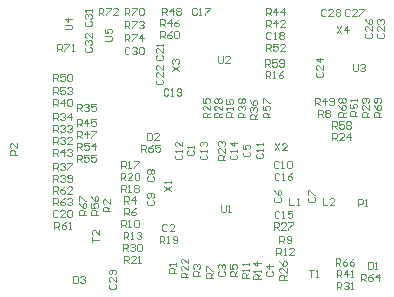
<source format=gbr>
%TF.GenerationSoftware,Altium Limited,Altium Designer,24.8.2 (39)*%
G04 Layer_Color=8388736*
%FSLAX45Y45*%
%MOMM*%
%TF.SameCoordinates,B03309B8-0E9A-45A2-8570-9956D1A1A338*%
%TF.FilePolarity,Positive*%
%TF.FileFunction,Other,Mechanical_2*%
%TF.Part,CustomerPanel*%
G01*
G75*
%TA.AperFunction,NonConductor*%
%ADD141C,0.12000*%
D141*
X2109964Y1360008D02*
X2099967Y1350011D01*
Y1330017D01*
X2109964Y1320021D01*
X2149951D01*
X2159947Y1330017D01*
Y1350011D01*
X2149951Y1360008D01*
X2159947Y1419988D02*
Y1380001D01*
X2119960Y1419988D01*
X2109964D01*
X2099967Y1409992D01*
Y1389998D01*
X2109964Y1380001D01*
X2149951Y1439982D02*
X2159947Y1449979D01*
Y1469972D01*
X2149951Y1479969D01*
X2109964D01*
X2099967Y1469972D01*
Y1449979D01*
X2109964Y1439982D01*
X2119960D01*
X2129957Y1449979D01*
Y1479969D01*
X4295012Y1545338D02*
Y1485358D01*
X4325003D01*
X4334999Y1495354D01*
Y1535341D01*
X4325003Y1545338D01*
X4295012D01*
X4354993Y1485358D02*
X4374986D01*
X4364989D01*
Y1545338D01*
X4354993Y1535341D01*
X1324738Y2450012D02*
X1264758D01*
Y2480002D01*
X1274755Y2489999D01*
X1294748D01*
X1304745Y2480002D01*
Y2450012D01*
X1324738Y2549979D02*
Y2509992D01*
X1284751Y2549979D01*
X1274755D01*
X1264758Y2539983D01*
Y2519989D01*
X1274755Y2509992D01*
X4235025Y1385004D02*
Y1444985D01*
X4265016D01*
X4275012Y1434988D01*
Y1414995D01*
X4265016Y1404998D01*
X4235025D01*
X4255019D02*
X4275012Y1385004D01*
X4334993Y1444985D02*
X4314999Y1434988D01*
X4295006Y1414995D01*
Y1395001D01*
X4305003Y1385004D01*
X4324996D01*
X4334993Y1395001D01*
Y1404998D01*
X4324996Y1414995D01*
X4295006D01*
X4384977Y1385004D02*
Y1444985D01*
X4354986Y1414995D01*
X4394973D01*
X4020023Y1515005D02*
Y1574986D01*
X4050014D01*
X4060010Y1564989D01*
Y1544995D01*
X4050014Y1534999D01*
X4020023D01*
X4040017D02*
X4060010Y1515005D01*
X4119991Y1574986D02*
X4099998Y1564989D01*
X4080004Y1544995D01*
Y1525002D01*
X4090001Y1515005D01*
X4109994D01*
X4119991Y1525002D01*
Y1534999D01*
X4109994Y1544995D01*
X4080004D01*
X4179972Y1574986D02*
X4159978Y1564989D01*
X4139985Y1544995D01*
Y1525002D01*
X4149981Y1515005D01*
X4169975D01*
X4179972Y1525002D01*
Y1534999D01*
X4169975Y1544995D01*
X4139985D01*
X3795010Y1479985D02*
X3834997D01*
X3815004D01*
Y1420004D01*
X3854991D02*
X3874985D01*
X3864988D01*
Y1479985D01*
X3854991Y1469988D01*
X1640020Y1825004D02*
Y1884985D01*
X1670011D01*
X1680007Y1874988D01*
Y1854995D01*
X1670011Y1844998D01*
X1640020D01*
X1660014D02*
X1680007Y1825004D01*
X1739988Y1884985D02*
X1719995Y1874988D01*
X1700001Y1854995D01*
Y1835001D01*
X1709998Y1825004D01*
X1729991D01*
X1739988Y1835001D01*
Y1844998D01*
X1729991Y1854995D01*
X1700001D01*
X1759981Y1825004D02*
X1779975D01*
X1769978D01*
Y1884985D01*
X1759981Y1874988D01*
X3084988Y2410022D02*
X3025007D01*
Y2440012D01*
X3035004Y2450009D01*
X3054997D01*
X3064994Y2440012D01*
Y2410022D01*
Y2430016D02*
X3084988Y2450009D01*
Y2509990D02*
Y2470003D01*
X3045001Y2509990D01*
X3035004D01*
X3025007Y2499993D01*
Y2479999D01*
X3035004Y2470003D01*
Y2529983D02*
X3025007Y2539980D01*
Y2559974D01*
X3035004Y2569970D01*
X3045001D01*
X3054997Y2559974D01*
Y2549977D01*
Y2559974D01*
X3064994Y2569970D01*
X3074991D01*
X3084988Y2559974D01*
Y2539980D01*
X3074991Y2529983D01*
X3423027Y3200006D02*
Y3259987D01*
X3453017D01*
X3463014Y3249990D01*
Y3229997D01*
X3453017Y3220000D01*
X3423027D01*
X3443020D02*
X3463014Y3200006D01*
X3522994Y3259987D02*
X3483007D01*
Y3229997D01*
X3503001Y3239993D01*
X3512998D01*
X3522994Y3229997D01*
Y3210003D01*
X3512998Y3200006D01*
X3493004D01*
X3483007Y3210003D01*
X3542988D02*
X3552985Y3200006D01*
X3572978D01*
X3582975Y3210003D01*
Y3249990D01*
X3572978Y3259987D01*
X3552985D01*
X3542988Y3249990D01*
Y3239993D01*
X3552985Y3229997D01*
X3582975D01*
X1909989Y1945022D02*
X1850008D01*
Y1975012D01*
X1860005Y1985009D01*
X1879999D01*
X1889995Y1975012D01*
Y1945022D01*
Y1965015D02*
X1909989Y1985009D01*
X1850008Y2044989D02*
X1860005Y2024996D01*
X1879999Y2005002D01*
X1899992D01*
X1909989Y2014999D01*
Y2034993D01*
X1899992Y2044989D01*
X1889995D01*
X1879999Y2034993D01*
Y2005002D01*
X1850008Y2064983D02*
Y2104970D01*
X1860005D01*
X1899992Y2064983D01*
X1909989D01*
X2510048Y3295003D02*
X2500051Y3285006D01*
Y3265012D01*
X2510048Y3255016D01*
X2550035D01*
X2560032Y3265012D01*
Y3285006D01*
X2550035Y3295003D01*
X2560032Y3354983D02*
Y3314996D01*
X2520045Y3354983D01*
X2510048D01*
X2500051Y3344986D01*
Y3324993D01*
X2510048Y3314996D01*
X2560032Y3374977D02*
Y3394970D01*
Y3384973D01*
X2500051D01*
X2510048Y3374977D01*
X2509967Y3090009D02*
X2499970Y3080012D01*
Y3060019D01*
X2509967Y3050022D01*
X2549954D01*
X2559951Y3060019D01*
Y3080012D01*
X2549954Y3090009D01*
X2559951Y3149989D02*
Y3110002D01*
X2519964Y3149989D01*
X2509967D01*
X2499970Y3139993D01*
Y3119999D01*
X2509967Y3110002D01*
X2559951Y3209970D02*
Y3169983D01*
X2519964Y3209970D01*
X2509967D01*
X2499970Y3199973D01*
Y3179980D01*
X2509967Y3169983D01*
X2845010Y3689948D02*
X2835013Y3699945D01*
X2815020D01*
X2805023Y3689948D01*
Y3649961D01*
X2815020Y3639965D01*
X2835013D01*
X2845010Y3649961D01*
X2865004Y3639965D02*
X2884997D01*
X2875000D01*
Y3699945D01*
X2865004Y3689948D01*
X2914987Y3699945D02*
X2954974D01*
Y3689948D01*
X2914987Y3649961D01*
Y3639965D01*
X3475010Y3484948D02*
X3465013Y3494945D01*
X3445019D01*
X3435023Y3484948D01*
Y3444961D01*
X3445019Y3434964D01*
X3465013D01*
X3475010Y3444961D01*
X3495003Y3434964D02*
X3514997D01*
X3505000D01*
Y3494945D01*
X3495003Y3484948D01*
X3544987D02*
X3554983Y3494945D01*
X3574977D01*
X3584974Y3484948D01*
Y3474951D01*
X3574977Y3464954D01*
X3584974Y3454958D01*
Y3444961D01*
X3574977Y3434964D01*
X3554983D01*
X3544987Y3444961D01*
Y3454958D01*
X3554983Y3464954D01*
X3544987Y3474951D01*
Y3484948D01*
X3554983Y3464954D02*
X3574977D01*
X2605011Y3005031D02*
X2595014Y3015028D01*
X2575021D01*
X2565024Y3005031D01*
Y2965044D01*
X2575021Y2955047D01*
X2595014D01*
X2605011Y2965044D01*
X2625005Y2955047D02*
X2644998D01*
X2635001D01*
Y3015028D01*
X2625005Y3005031D01*
X2674988Y2965044D02*
X2684985Y2955047D01*
X2704979D01*
X2714975Y2965044D01*
Y3005031D01*
X2704979Y3015028D01*
X2684985D01*
X2674988Y3005031D01*
Y2995034D01*
X2684985Y2985037D01*
X2714975D01*
X1670011Y1974948D02*
X1660014Y1984944D01*
X1640020D01*
X1630024Y1974948D01*
Y1934961D01*
X1640020Y1924964D01*
X1660014D01*
X1670011Y1934961D01*
X1729991Y1924964D02*
X1690004D01*
X1729991Y1964951D01*
Y1974948D01*
X1719995Y1984944D01*
X1700001D01*
X1690004Y1974948D01*
X1749985D02*
X1759981Y1984944D01*
X1779975D01*
X1789972Y1974948D01*
Y1934961D01*
X1779975Y1924964D01*
X1759981D01*
X1749985Y1934961D01*
Y1974948D01*
X4380048Y3482008D02*
X4370051Y3472011D01*
Y3452017D01*
X4380048Y3442021D01*
X4420035D01*
X4430032Y3452017D01*
Y3472011D01*
X4420035Y3482008D01*
X4430032Y3541988D02*
Y3502001D01*
X4390045Y3541988D01*
X4380048D01*
X4370051Y3531991D01*
Y3511998D01*
X4380048Y3502001D01*
Y3561982D02*
X4370051Y3571978D01*
Y3591972D01*
X4380048Y3601969D01*
X4390045D01*
X4400042Y3591972D01*
Y3581975D01*
Y3591972D01*
X4410038Y3601969D01*
X4420035D01*
X4430032Y3591972D01*
Y3571978D01*
X4420035Y3561982D01*
X3865006Y3155009D02*
X3855009Y3145012D01*
Y3125019D01*
X3865006Y3115022D01*
X3904993D01*
X3914990Y3125019D01*
Y3145012D01*
X3904993Y3155009D01*
X3914990Y3214990D02*
Y3175003D01*
X3875003Y3214990D01*
X3865006D01*
X3855009Y3204993D01*
Y3184999D01*
X3865006Y3175003D01*
X3914990Y3264973D02*
X3855009D01*
X3885000Y3234983D01*
Y3274970D01*
X4280049Y3482008D02*
X4270052Y3472011D01*
Y3452017D01*
X4280049Y3442021D01*
X4320036D01*
X4330032Y3452017D01*
Y3472011D01*
X4320036Y3482008D01*
X4330032Y3541988D02*
Y3502001D01*
X4290045Y3541988D01*
X4280049D01*
X4270052Y3531991D01*
Y3511998D01*
X4280049Y3502001D01*
X4270052Y3601969D02*
X4280049Y3581975D01*
X4300042Y3561982D01*
X4320036D01*
X4330032Y3571978D01*
Y3591972D01*
X4320036Y3601969D01*
X4310039D01*
X4300042Y3591972D01*
Y3561982D01*
X2425016Y2640339D02*
Y2580358D01*
X2455006D01*
X2465003Y2590355D01*
Y2630342D01*
X2455006Y2640339D01*
X2425016D01*
X2524983Y2580358D02*
X2484996D01*
X2524983Y2620345D01*
Y2630342D01*
X2514987Y2640339D01*
X2494993D01*
X2484996Y2630342D01*
X2230020Y1540006D02*
Y1599986D01*
X2260011D01*
X2270007Y1589989D01*
Y1569996D01*
X2260011Y1559999D01*
X2230020D01*
X2250014D02*
X2270007Y1540006D01*
X2329988D02*
X2290001D01*
X2329988Y1579993D01*
Y1589989D01*
X2319991Y1599986D01*
X2299998D01*
X2290001Y1589989D01*
X2349982Y1540006D02*
X2369975D01*
X2359978D01*
Y1599986D01*
X2349982Y1589989D01*
X2769989Y1415022D02*
X2710008D01*
Y1445013D01*
X2720005Y1455009D01*
X2739998D01*
X2749995Y1445013D01*
Y1415022D01*
Y1435016D02*
X2769989Y1455009D01*
Y1514990D02*
Y1475003D01*
X2730002Y1514990D01*
X2720005D01*
X2710008Y1504993D01*
Y1485000D01*
X2720005Y1475003D01*
X2769989Y1574970D02*
Y1534983D01*
X2730002Y1574970D01*
X2720005D01*
X2710008Y1564974D01*
Y1544980D01*
X2720005Y1534983D01*
X2109989Y1975012D02*
X2050008D01*
Y2005002D01*
X2060005Y2014999D01*
X2079998D01*
X2089995Y2005002D01*
Y1975012D01*
Y1995005D02*
X2109989Y2014999D01*
Y2074979D02*
Y2034992D01*
X2070002Y2074979D01*
X2060005D01*
X2050008Y2064982D01*
Y2044989D01*
X2060005Y2034992D01*
X2230016Y2040005D02*
Y2099985D01*
X2260006D01*
X2270003Y2089988D01*
Y2069995D01*
X2260006Y2059998D01*
X2230016D01*
X2250010D02*
X2270003Y2040005D01*
X2319987D02*
Y2099985D01*
X2289997Y2069995D01*
X2329984D01*
X2230016Y1940005D02*
Y1999985D01*
X2260006D01*
X2270003Y1989988D01*
Y1969995D01*
X2260006Y1959998D01*
X2230016D01*
X2250009D02*
X2270003Y1940005D01*
X2329983Y1999985D02*
X2309990Y1989988D01*
X2289996Y1969995D01*
Y1950001D01*
X2299993Y1940005D01*
X2319987D01*
X2329983Y1950001D01*
Y1959998D01*
X2319987Y1969995D01*
X2289996D01*
X2205024Y1840005D02*
Y1899985D01*
X2235014D01*
X2245011Y1889988D01*
Y1869995D01*
X2235014Y1859998D01*
X2205024D01*
X2225018D02*
X2245011Y1840005D01*
X2265005D02*
X2284998D01*
X2275001D01*
Y1899985D01*
X2265005Y1889988D01*
X2314988D02*
X2324985Y1899985D01*
X2344979D01*
X2354975Y1889988D01*
Y1850001D01*
X2344979Y1840005D01*
X2324985D01*
X2314988Y1850001D01*
Y1889988D01*
X3875016Y2775004D02*
Y2834985D01*
X3905006D01*
X3915003Y2824988D01*
Y2804995D01*
X3905006Y2794998D01*
X3875016D01*
X3895010D02*
X3915003Y2775004D01*
X3934997Y2824988D02*
X3944993Y2834985D01*
X3964987D01*
X3974984Y2824988D01*
Y2814991D01*
X3964987Y2804995D01*
X3974984Y2794998D01*
Y2785001D01*
X3964987Y2775004D01*
X3944993D01*
X3934997Y2785001D01*
Y2794998D01*
X3944993Y2804995D01*
X3934997Y2814991D01*
Y2824988D01*
X3944993Y2804995D02*
X3964987D01*
X3545012Y1705003D02*
Y1764984D01*
X3575003D01*
X3584999Y1754987D01*
Y1734993D01*
X3575003Y1724997D01*
X3545012D01*
X3565006D02*
X3584999Y1705003D01*
X3604993Y1715000D02*
X3614990Y1705003D01*
X3634983D01*
X3644980Y1715000D01*
Y1754987D01*
X3634983Y1764984D01*
X3614990D01*
X3604993Y1754987D01*
Y1744990D01*
X3614990Y1734993D01*
X3644980D01*
X2669988Y1455009D02*
X2610007D01*
Y1484999D01*
X2620004Y1494996D01*
X2639998D01*
X2649994Y1484999D01*
Y1455009D01*
Y1475003D02*
X2669988Y1494996D01*
Y1514990D02*
Y1534983D01*
Y1524986D01*
X2610007D01*
X2620004Y1514990D01*
X3520021Y1605005D02*
Y1664986D01*
X3550011D01*
X3560008Y1654989D01*
Y1634996D01*
X3550011Y1624999D01*
X3520021D01*
X3540014D02*
X3560008Y1605005D01*
X3580001D02*
X3599995D01*
X3589998D01*
Y1664986D01*
X3580001Y1654989D01*
X3669972Y1605005D02*
X3629985D01*
X3669972Y1644992D01*
Y1654989D01*
X3659975Y1664986D01*
X3639982D01*
X3629985Y1654989D01*
X2225024Y1740004D02*
Y1799985D01*
X2255014D01*
X2265011Y1789988D01*
Y1769995D01*
X2255014Y1759998D01*
X2225024D01*
X2245018D02*
X2265011Y1740004D01*
X2285005D02*
X2304998D01*
X2295001D01*
Y1799985D01*
X2285005Y1789988D01*
X2334988D02*
X2344985Y1799985D01*
X2364979D01*
X2374975Y1789988D01*
Y1779991D01*
X2364979Y1769995D01*
X2354982D01*
X2364979D01*
X2374975Y1759998D01*
Y1750001D01*
X2364979Y1740004D01*
X2344985D01*
X2334988Y1750001D01*
X2984989Y1410013D02*
X2925008D01*
Y1440003D01*
X2935005Y1450000D01*
X2954998D01*
X2964995Y1440003D01*
Y1410013D01*
Y1430007D02*
X2984989Y1450000D01*
X2925008Y1469994D02*
Y1509980D01*
X2935005D01*
X2974992Y1469994D01*
X2984989D01*
X2205024Y2140005D02*
Y2199986D01*
X2235015D01*
X2245011Y2189989D01*
Y2169995D01*
X2235015Y2159999D01*
X2205024D01*
X2225018D02*
X2245011Y2140005D01*
X2265005D02*
X2284998D01*
X2275002D01*
Y2199986D01*
X2265005Y2189989D01*
X2314989D02*
X2324985Y2199986D01*
X2344979D01*
X2354975Y2189989D01*
Y2179992D01*
X2344979Y2169995D01*
X2354975Y2159999D01*
Y2150002D01*
X2344979Y2140005D01*
X2324985D01*
X2314989Y2150002D01*
Y2159999D01*
X2324985Y2169995D01*
X2314989Y2179992D01*
Y2189989D01*
X2324985Y2169995D02*
X2344979D01*
X3990025Y2575005D02*
Y2634986D01*
X4020016D01*
X4030012Y2624989D01*
Y2604996D01*
X4020016Y2594999D01*
X3990025D01*
X4010019D02*
X4030012Y2575005D01*
X4089993D02*
X4050006D01*
X4089993Y2614992D01*
Y2624989D01*
X4079996Y2634986D01*
X4060003D01*
X4050006Y2624989D01*
X4139977Y2575005D02*
Y2634986D01*
X4109986Y2604996D01*
X4149973D01*
X3604988Y1395023D02*
X3545007D01*
Y1425013D01*
X3555004Y1435010D01*
X3574998D01*
X3584994Y1425013D01*
Y1395023D01*
Y1415016D02*
X3604988Y1435010D01*
Y1494990D02*
Y1455003D01*
X3565001Y1494990D01*
X3555004D01*
X3545007Y1484993D01*
Y1465000D01*
X3555004Y1455003D01*
X3545007Y1554971D02*
X3555004Y1534977D01*
X3574998Y1514984D01*
X3594991D01*
X3604988Y1524980D01*
Y1544974D01*
X3594991Y1554971D01*
X3584994D01*
X3574998Y1544974D01*
Y1514984D01*
X4304988Y2775020D02*
X4245008D01*
Y2805010D01*
X4255005Y2815007D01*
X4274998D01*
X4284995Y2805010D01*
Y2775020D01*
Y2795014D02*
X4304988Y2815007D01*
Y2874988D02*
Y2835001D01*
X4265001Y2874988D01*
X4255005D01*
X4245008Y2864991D01*
Y2844997D01*
X4255005Y2835001D01*
X4294992Y2894981D02*
X4304988Y2904978D01*
Y2924972D01*
X4294992Y2934968D01*
X4255005D01*
X4245008Y2924972D01*
Y2904978D01*
X4255005Y2894981D01*
X4265001D01*
X4274998Y2904978D01*
Y2934968D01*
X2220026Y1640004D02*
Y1699985D01*
X2250016D01*
X2260012Y1689988D01*
Y1669994D01*
X2250016Y1659998D01*
X2220026D01*
X2240019D02*
X2260012Y1640004D01*
X2280006Y1689988D02*
X2290003Y1699985D01*
X2309996D01*
X2319993Y1689988D01*
Y1679991D01*
X2309996Y1669994D01*
X2300000D01*
X2309996D01*
X2319993Y1659998D01*
Y1650001D01*
X2309996Y1640004D01*
X2290003D01*
X2280006Y1650001D01*
X2339987Y1689988D02*
X2349983Y1699985D01*
X2369977D01*
X2379974Y1689988D01*
Y1650001D01*
X2369977Y1640004D01*
X2349983D01*
X2339987Y1650001D01*
Y1689988D01*
X2535025Y3440004D02*
Y3499985D01*
X2565015D01*
X2575012Y3489988D01*
Y3469995D01*
X2565015Y3459998D01*
X2535025D01*
X2555019D02*
X2575012Y3440004D01*
X2634993Y3499985D02*
X2614999Y3489988D01*
X2595006Y3469995D01*
Y3450001D01*
X2605002Y3440004D01*
X2624996D01*
X2634993Y3450001D01*
Y3459998D01*
X2624996Y3469995D01*
X2595006D01*
X2654986Y3489988D02*
X2664983Y3499985D01*
X2684977D01*
X2694973Y3489988D01*
Y3450001D01*
X2684977Y3440004D01*
X2664983D01*
X2654986Y3450001D01*
Y3489988D01*
X1630025Y2545005D02*
Y2604986D01*
X1660015D01*
X1670012Y2594989D01*
Y2574996D01*
X1660015Y2564999D01*
X1630025D01*
X1650019D02*
X1670012Y2545005D01*
X1690006Y2594989D02*
X1700002Y2604986D01*
X1719996D01*
X1729993Y2594989D01*
Y2584992D01*
X1719996Y2574996D01*
X1709999D01*
X1719996D01*
X1729993Y2564999D01*
Y2555002D01*
X1719996Y2545005D01*
X1700002D01*
X1690006Y2555002D01*
X1789973Y2545005D02*
X1749986D01*
X1789973Y2584992D01*
Y2594989D01*
X1779977Y2604986D01*
X1759983D01*
X1749986Y2594989D01*
X1830025Y2825005D02*
Y2884986D01*
X1860015D01*
X1870012Y2874989D01*
Y2854996D01*
X1860015Y2844999D01*
X1830025D01*
X1850019D02*
X1870012Y2825005D01*
X1890006Y2874989D02*
X1900002Y2884986D01*
X1919996D01*
X1929993Y2874989D01*
Y2864992D01*
X1919996Y2854996D01*
X1909999D01*
X1919996D01*
X1929993Y2844999D01*
Y2835002D01*
X1919996Y2825005D01*
X1900002D01*
X1890006Y2835002D01*
X1989973Y2884986D02*
X1949986D01*
Y2854996D01*
X1969980Y2864992D01*
X1979976D01*
X1989973Y2854996D01*
Y2835002D01*
X1979976Y2825005D01*
X1959983D01*
X1949986Y2835002D01*
X1630025Y2745005D02*
Y2804985D01*
X1660015D01*
X1670012Y2794988D01*
Y2774995D01*
X1660015Y2764998D01*
X1630025D01*
X1650019D02*
X1670012Y2745005D01*
X1690006Y2794988D02*
X1700002Y2804985D01*
X1719996D01*
X1729993Y2794988D01*
Y2784992D01*
X1719996Y2774995D01*
X1709999D01*
X1719996D01*
X1729993Y2764998D01*
Y2755001D01*
X1719996Y2745005D01*
X1700002D01*
X1690006Y2755001D01*
X1779977Y2745005D02*
Y2804985D01*
X1749986Y2774995D01*
X1789973D01*
X1630026Y2225006D02*
Y2284987D01*
X1660016D01*
X1670013Y2274990D01*
Y2254997D01*
X1660016Y2245000D01*
X1630026D01*
X1650019D02*
X1670013Y2225006D01*
X1690006Y2274990D02*
X1700003Y2284987D01*
X1719997D01*
X1729993Y2274990D01*
Y2264993D01*
X1719997Y2254997D01*
X1710000D01*
X1719997D01*
X1729993Y2245000D01*
Y2235003D01*
X1719997Y2225006D01*
X1700003D01*
X1690006Y2235003D01*
X1749987D02*
X1759984Y2225006D01*
X1779977D01*
X1789974Y2235003D01*
Y2274990D01*
X1779977Y2284987D01*
X1759984D01*
X1749987Y2274990D01*
Y2264993D01*
X1759984Y2254997D01*
X1789974D01*
X3354988Y2755021D02*
X3295008D01*
Y2785011D01*
X3305005Y2795008D01*
X3324998D01*
X3334995Y2785011D01*
Y2755021D01*
Y2775014D02*
X3354988Y2795008D01*
X3305005Y2815001D02*
X3295008Y2824998D01*
Y2844992D01*
X3305005Y2854988D01*
X3315001D01*
X3324998Y2844992D01*
Y2834995D01*
Y2844992D01*
X3334995Y2854988D01*
X3344992D01*
X3354988Y2844992D01*
Y2824998D01*
X3344992Y2815001D01*
X3295008Y2914969D02*
X3305005Y2894975D01*
X3324998Y2874982D01*
X3344992D01*
X3354988Y2884978D01*
Y2904972D01*
X3344992Y2914969D01*
X3334995D01*
X3324998Y2904972D01*
Y2874982D01*
X3254988Y2770021D02*
X3195008D01*
Y2800011D01*
X3205005Y2810008D01*
X3224998D01*
X3234995Y2800011D01*
Y2770021D01*
Y2790014D02*
X3254988Y2810008D01*
X3205005Y2830001D02*
X3195008Y2839998D01*
Y2859992D01*
X3205005Y2869988D01*
X3215001D01*
X3224998Y2859992D01*
Y2849995D01*
Y2859992D01*
X3234995Y2869988D01*
X3244992D01*
X3254988Y2859992D01*
Y2839998D01*
X3244992Y2830001D01*
X3205005Y2889982D02*
X3195008Y2899979D01*
Y2919972D01*
X3205005Y2929969D01*
X3215001D01*
X3224998Y2919972D01*
X3234995Y2929969D01*
X3244992D01*
X3254988Y2919972D01*
Y2899979D01*
X3244992Y2889982D01*
X3234995D01*
X3224998Y2899979D01*
X3215001Y2889982D01*
X3205005D01*
X3224998Y2899979D02*
Y2919972D01*
X3845024Y2875006D02*
Y2934986D01*
X3875014D01*
X3885011Y2924989D01*
Y2904996D01*
X3875014Y2894999D01*
X3845024D01*
X3865018D02*
X3885011Y2875006D01*
X3934995D02*
Y2934986D01*
X3905005Y2904996D01*
X3944992D01*
X3964985Y2885002D02*
X3974982Y2875006D01*
X3994975D01*
X4004972Y2885002D01*
Y2924989D01*
X3994975Y2934986D01*
X3974982D01*
X3964985Y2924989D01*
Y2914993D01*
X3974982Y2904996D01*
X4004972D01*
X4204989Y2785017D02*
X4145008D01*
Y2815007D01*
X4155005Y2825004D01*
X4174999D01*
X4184995Y2815007D01*
Y2785017D01*
Y2805011D02*
X4204989Y2825004D01*
X4145008Y2884985D02*
Y2844998D01*
X4174999D01*
X4165002Y2864991D01*
Y2874988D01*
X4174999Y2884985D01*
X4194992D01*
X4204989Y2874988D01*
Y2854994D01*
X4194992Y2844998D01*
X4204989Y2904978D02*
Y2924972D01*
Y2914975D01*
X4145008D01*
X4155005Y2904978D01*
X3430024Y3535004D02*
Y3594985D01*
X3460015D01*
X3470011Y3584988D01*
Y3564995D01*
X3460015Y3554998D01*
X3430024D01*
X3450018D02*
X3470011Y3535004D01*
X3519995D02*
Y3594985D01*
X3490005Y3564995D01*
X3529992D01*
X3589972Y3535004D02*
X3549986D01*
X3589972Y3574991D01*
Y3584988D01*
X3579976Y3594985D01*
X3559982D01*
X3549986Y3584988D01*
X3430024Y3635007D02*
Y3694987D01*
X3460015D01*
X3470011Y3684990D01*
Y3664997D01*
X3460015Y3655000D01*
X3430024D01*
X3450018D02*
X3470011Y3635007D01*
X3519995D02*
Y3694987D01*
X3490005Y3664997D01*
X3529992D01*
X3579976Y3635007D02*
Y3694987D01*
X3549986Y3664997D01*
X3589972D01*
X3990025Y2675005D02*
Y2734986D01*
X4020016D01*
X4030012Y2724989D01*
Y2704995D01*
X4020016Y2694999D01*
X3990025D01*
X4010019D02*
X4030012Y2675005D01*
X4089993Y2734986D02*
X4050006D01*
Y2704995D01*
X4069999Y2714992D01*
X4079996D01*
X4089993Y2704995D01*
Y2685002D01*
X4079996Y2675005D01*
X4060003D01*
X4050006Y2685002D01*
X4109986Y2724989D02*
X4119983Y2734986D01*
X4139977D01*
X4149973Y2724989D01*
Y2714992D01*
X4139977Y2704995D01*
X4149973Y2694999D01*
Y2685002D01*
X4139977Y2675005D01*
X4119983D01*
X4109986Y2685002D01*
Y2694999D01*
X4119983Y2704995D01*
X4109986Y2714992D01*
Y2724989D01*
X4119983Y2704995D02*
X4139977D01*
X2535026Y3540005D02*
Y3599985D01*
X2565016D01*
X2575013Y3589988D01*
Y3569995D01*
X2565016Y3559998D01*
X2535026D01*
X2555019D02*
X2575013Y3540005D01*
X2624997D02*
Y3599985D01*
X2595006Y3569995D01*
X2634993D01*
X2694974Y3599985D02*
X2674980Y3589988D01*
X2654987Y3569995D01*
Y3550001D01*
X2664983Y3540005D01*
X2684977D01*
X2694974Y3550001D01*
Y3559998D01*
X2684977Y3569995D01*
X2654987D01*
X2550025Y3640005D02*
Y3699985D01*
X2580015D01*
X2590012Y3689989D01*
Y3669995D01*
X2580015Y3659999D01*
X2550025D01*
X2570019D02*
X2590012Y3640005D01*
X2639996D02*
Y3699985D01*
X2610006Y3669995D01*
X2649993D01*
X2669986Y3689989D02*
X2679983Y3699985D01*
X2699977D01*
X2709973Y3689989D01*
Y3679992D01*
X2699977Y3669995D01*
X2709973Y3659999D01*
Y3650002D01*
X2699977Y3640005D01*
X2679983D01*
X2669986Y3650002D01*
Y3659999D01*
X2679983Y3669995D01*
X2669986Y3679992D01*
Y3689989D01*
X2679983Y3669995D02*
X2699977D01*
X1630026Y3080006D02*
Y3139987D01*
X1660016D01*
X1670013Y3129990D01*
Y3109996D01*
X1660016Y3100000D01*
X1630026D01*
X1650019D02*
X1670013Y3080006D01*
X1729993Y3139987D02*
X1690006D01*
Y3109996D01*
X1710000Y3119993D01*
X1719997D01*
X1729993Y3109996D01*
Y3090003D01*
X1719997Y3080006D01*
X1700003D01*
X1690006Y3090003D01*
X1749987Y3129990D02*
X1759984Y3139987D01*
X1779977D01*
X1789974Y3129990D01*
Y3090003D01*
X1779977Y3080006D01*
X1759984D01*
X1749987Y3090003D01*
Y3129990D01*
X3430024Y3335007D02*
Y3394987D01*
X3460014D01*
X3470011Y3384990D01*
Y3364997D01*
X3460014Y3355000D01*
X3430024D01*
X3450017D02*
X3470011Y3335007D01*
X3529991Y3394987D02*
X3490004D01*
Y3364997D01*
X3509998Y3374994D01*
X3519994D01*
X3529991Y3364997D01*
Y3345003D01*
X3519994Y3335007D01*
X3500001D01*
X3490004Y3345003D01*
X3589972Y3335007D02*
X3549985D01*
X3589972Y3374994D01*
Y3384990D01*
X3579975Y3394987D01*
X3559981D01*
X3549985Y3384990D01*
X1630026Y2965005D02*
Y3024986D01*
X1660016D01*
X1670013Y3014989D01*
Y2994995D01*
X1660016Y2984999D01*
X1630026D01*
X1650019D02*
X1670013Y2965005D01*
X1729993Y3024986D02*
X1690006D01*
Y2994995D01*
X1710000Y3004992D01*
X1719997D01*
X1729993Y2994995D01*
Y2975002D01*
X1719997Y2965005D01*
X1700003D01*
X1690006Y2975002D01*
X1749987Y3014989D02*
X1759984Y3024986D01*
X1779977D01*
X1789974Y3014989D01*
Y3004992D01*
X1779977Y2994995D01*
X1769980D01*
X1779977D01*
X1789974Y2984999D01*
Y2975002D01*
X1779977Y2965005D01*
X1759984D01*
X1749987Y2975002D01*
X1630026Y2645005D02*
Y2704985D01*
X1660016D01*
X1670013Y2694989D01*
Y2674995D01*
X1660016Y2664998D01*
X1630026D01*
X1650019D02*
X1670013Y2645005D01*
X1690006Y2694989D02*
X1700003Y2704985D01*
X1719997D01*
X1729993Y2694989D01*
Y2684992D01*
X1719997Y2674995D01*
X1710000D01*
X1719997D01*
X1729993Y2664998D01*
Y2655002D01*
X1719997Y2645005D01*
X1700003D01*
X1690006Y2655002D01*
X1749987Y2694989D02*
X1759984Y2704985D01*
X1779977D01*
X1789974Y2694989D01*
Y2684992D01*
X1779977Y2674995D01*
X1769980D01*
X1779977D01*
X1789974Y2664998D01*
Y2655002D01*
X1779977Y2645005D01*
X1759984D01*
X1749987Y2655002D01*
X2009988Y1945020D02*
X1950007D01*
Y1975011D01*
X1960004Y1985007D01*
X1979997D01*
X1989994Y1975011D01*
Y1945020D01*
Y1965014D02*
X2009988Y1985007D01*
X1950007Y2044988D02*
Y2005001D01*
X1979997D01*
X1970001Y2024994D01*
Y2034991D01*
X1979997Y2044988D01*
X1999991D01*
X2009988Y2034991D01*
Y2014997D01*
X1999991Y2005001D01*
X1950007Y2104968D02*
X1960004Y2084975D01*
X1979997Y2064981D01*
X1999991D01*
X2009988Y2074978D01*
Y2094972D01*
X1999991Y2104968D01*
X1989994D01*
X1979997Y2094972D01*
Y2064981D01*
X3464988Y2770022D02*
X3405008D01*
Y2800012D01*
X3415005Y2810009D01*
X3434998D01*
X3444995Y2800012D01*
Y2770022D01*
Y2790016D02*
X3464988Y2810009D01*
X3405008Y2869989D02*
Y2830002D01*
X3434998D01*
X3425002Y2849996D01*
Y2859993D01*
X3434998Y2869989D01*
X3454992D01*
X3464988Y2859993D01*
Y2839999D01*
X3454992Y2830002D01*
X3405008Y2889983D02*
Y2929970D01*
X3415005D01*
X3454992Y2889983D01*
X3464988D01*
X1630024Y2125006D02*
Y2184987D01*
X1660015D01*
X1670011Y2174990D01*
Y2154996D01*
X1660015Y2145000D01*
X1630024D01*
X1650018D02*
X1670011Y2125006D01*
X1729992Y2184987D02*
X1709999Y2174990D01*
X1690005Y2154996D01*
Y2135003D01*
X1700002Y2125006D01*
X1719995D01*
X1729992Y2135003D01*
Y2145000D01*
X1719995Y2154996D01*
X1690005D01*
X1789973Y2125006D02*
X1749986D01*
X1789973Y2164993D01*
Y2174990D01*
X1779976Y2184987D01*
X1759982D01*
X1749986Y2174990D01*
X1630025Y2025006D02*
Y2084987D01*
X1660016D01*
X1670012Y2074990D01*
Y2054996D01*
X1660016Y2045000D01*
X1630025D01*
X1650019D02*
X1670012Y2025006D01*
X1729993Y2084987D02*
X1710000Y2074990D01*
X1690006Y2054996D01*
Y2035003D01*
X1700003Y2025006D01*
X1719996D01*
X1729993Y2035003D01*
Y2045000D01*
X1719996Y2054996D01*
X1690006D01*
X1749987Y2074990D02*
X1759983Y2084987D01*
X1779977D01*
X1789974Y2074990D01*
Y2064993D01*
X1779977Y2054996D01*
X1769980D01*
X1779977D01*
X1789974Y2045000D01*
Y2035003D01*
X1779977Y2025006D01*
X1759983D01*
X1749987Y2035003D01*
X2375025Y2480006D02*
Y2539986D01*
X2405016D01*
X2415012Y2529989D01*
Y2509996D01*
X2405016Y2499999D01*
X2375025D01*
X2395019D02*
X2415012Y2480006D01*
X2474993Y2539986D02*
X2454999Y2529989D01*
X2435006Y2509996D01*
Y2490002D01*
X2445002Y2480006D01*
X2464996D01*
X2474993Y2490002D01*
Y2499999D01*
X2464996Y2509996D01*
X2435006D01*
X2534973Y2539986D02*
X2494986D01*
Y2509996D01*
X2514980Y2519993D01*
X2524977D01*
X2534973Y2509996D01*
Y2490002D01*
X2524977Y2480006D01*
X2504983D01*
X2494986Y2490002D01*
X4104988Y2775020D02*
X4045007D01*
Y2805010D01*
X4055004Y2815007D01*
X4074998D01*
X4084994Y2805010D01*
Y2775020D01*
Y2795014D02*
X4104988Y2815007D01*
X4045007Y2874988D02*
X4055004Y2854994D01*
X4074998Y2835001D01*
X4094991D01*
X4104988Y2844997D01*
Y2864991D01*
X4094991Y2874988D01*
X4084994D01*
X4074998Y2864991D01*
Y2835001D01*
X4055004Y2894981D02*
X4045007Y2904978D01*
Y2924972D01*
X4055004Y2934968D01*
X4065001D01*
X4074998Y2924972D01*
X4084994Y2934968D01*
X4094991D01*
X4104988Y2924972D01*
Y2904978D01*
X4094991Y2894981D01*
X4084994D01*
X4074998Y2904978D01*
X4065001Y2894981D01*
X4055004D01*
X4074998Y2904978D02*
Y2924972D01*
X4404989Y2775020D02*
X4345009D01*
Y2805010D01*
X4355006Y2815007D01*
X4374999D01*
X4384996Y2805010D01*
Y2775020D01*
Y2795014D02*
X4404989Y2815007D01*
X4345009Y2874988D02*
X4355006Y2854994D01*
X4374999Y2835001D01*
X4394992D01*
X4404989Y2844997D01*
Y2864991D01*
X4394992Y2874988D01*
X4384996D01*
X4374999Y2864991D01*
Y2835001D01*
X4394992Y2894981D02*
X4404989Y2904978D01*
Y2924972D01*
X4394992Y2934968D01*
X4355006D01*
X4345009Y2924972D01*
Y2904978D01*
X4355006Y2894981D01*
X4365002D01*
X4374999Y2904978D01*
Y2934968D01*
X1960008Y1715011D02*
Y1754998D01*
Y1735005D01*
X2019989D01*
Y1814979D02*
Y1774992D01*
X1980002Y1814979D01*
X1970005D01*
X1960008Y1804982D01*
Y1784988D01*
X1970005Y1774992D01*
X4167868Y3221986D02*
Y3172002D01*
X4177864Y3162005D01*
X4197858D01*
X4207855Y3172002D01*
Y3221986D01*
X4227848Y3211989D02*
X4237845Y3221986D01*
X4257839D01*
X4267835Y3211989D01*
Y3201992D01*
X4257839Y3191995D01*
X4247842D01*
X4257839D01*
X4267835Y3181999D01*
Y3172002D01*
X4257839Y3162005D01*
X4237845D01*
X4227848Y3172002D01*
X3505015Y2549986D02*
X3545002Y2490006D01*
Y2549986D02*
X3505015Y2490006D01*
X3604982D02*
X3564995D01*
X3604982Y2529993D01*
Y2539989D01*
X3594985Y2549986D01*
X3574992D01*
X3564995Y2539989D01*
X2530024Y1705006D02*
Y1764987D01*
X2560014D01*
X2570011Y1754990D01*
Y1734997D01*
X2560014Y1725000D01*
X2530024D01*
X2550017D02*
X2570011Y1705006D01*
X2590004D02*
X2609998D01*
X2600001D01*
Y1764987D01*
X2590004Y1754990D01*
X2639988Y1715003D02*
X2649985Y1705006D01*
X2669978D01*
X2679975Y1715003D01*
Y1754990D01*
X2669978Y1764987D01*
X2649985D01*
X2639988Y1754990D01*
Y1744993D01*
X2649985Y1734997D01*
X2679975D01*
X3025015Y3289087D02*
Y3239104D01*
X3035011Y3229107D01*
X3055005D01*
X3065001Y3239104D01*
Y3289087D01*
X3124982Y3229107D02*
X3084995D01*
X3124982Y3269094D01*
Y3279090D01*
X3114985Y3289087D01*
X3094992D01*
X3084995Y3279090D01*
X2595002Y1855030D02*
X2585005Y1865026D01*
X2565011D01*
X2555015Y1855030D01*
Y1815043D01*
X2565011Y1805046D01*
X2585005D01*
X2595002Y1815043D01*
X2654982Y1805046D02*
X2614995D01*
X2654982Y1845033D01*
Y1855030D01*
X2644986Y1865026D01*
X2624992D01*
X2614995Y1855030D01*
X3034962Y1464996D02*
X3024965Y1454999D01*
Y1435006D01*
X3034962Y1425009D01*
X3074949D01*
X3084945Y1435006D01*
Y1454999D01*
X3074949Y1464996D01*
X3034962Y1484990D02*
X3024965Y1494986D01*
Y1514980D01*
X3034962Y1524977D01*
X3044958D01*
X3054955Y1514980D01*
Y1504983D01*
Y1514980D01*
X3064952Y1524977D01*
X3074949D01*
X3084945Y1514980D01*
Y1494986D01*
X3074949Y1484990D01*
X3360046Y2465004D02*
X3350049Y2455007D01*
Y2435013D01*
X3360046Y2425017D01*
X3400033D01*
X3410030Y2435013D01*
Y2455007D01*
X3400033Y2465004D01*
X3410030Y2484997D02*
Y2504991D01*
Y2494994D01*
X3350049D01*
X3360046Y2484997D01*
X3410030Y2534981D02*
Y2554975D01*
Y2544978D01*
X3350049D01*
X3360046Y2534981D01*
X2435046Y2270000D02*
X2425049Y2260004D01*
Y2240010D01*
X2435046Y2230013D01*
X2475033D01*
X2485030Y2240010D01*
Y2260004D01*
X2475033Y2270000D01*
X2435046Y2289994D02*
X2425049Y2299991D01*
Y2319984D01*
X2435046Y2329981D01*
X2445043D01*
X2455040Y2319984D01*
X2465036Y2329981D01*
X2475033D01*
X2485030Y2319984D01*
Y2299991D01*
X2475033Y2289994D01*
X2465036D01*
X2455040Y2299991D01*
X2445043Y2289994D01*
X2435046D01*
X2455040Y2299991D02*
Y2319984D01*
X2434965Y2070000D02*
X2424968Y2060004D01*
Y2040010D01*
X2434965Y2030013D01*
X2474952D01*
X2484948Y2040010D01*
Y2060004D01*
X2474952Y2070000D01*
Y2089994D02*
X2484948Y2099990D01*
Y2119984D01*
X2474952Y2129981D01*
X2434965D01*
X2424968Y2119984D01*
Y2099990D01*
X2434965Y2089994D01*
X2444961D01*
X2454958Y2099990D01*
Y2129981D01*
X2775049Y2489996D02*
X2765052Y2479999D01*
Y2460005D01*
X2775049Y2450009D01*
X2815036D01*
X2825032Y2460005D01*
Y2479999D01*
X2815036Y2489996D01*
X2825032Y2509989D02*
Y2529983D01*
Y2519986D01*
X2765052D01*
X2775049Y2509989D01*
X3439965Y1464998D02*
X3429968Y1455001D01*
Y1435008D01*
X3439965Y1425011D01*
X3479952D01*
X3489948Y1435008D01*
Y1455001D01*
X3479952Y1464998D01*
X3489948Y1514982D02*
X3429968D01*
X3459958Y1484992D01*
Y1524979D01*
X3245046Y2479997D02*
X3235049Y2470001D01*
Y2450007D01*
X3245046Y2440010D01*
X3285033D01*
X3295030Y2450007D01*
Y2470001D01*
X3285033Y2479997D01*
X3235049Y2539978D02*
Y2499991D01*
X3265040D01*
X3255043Y2519985D01*
Y2529981D01*
X3265040Y2539978D01*
X3285033D01*
X3295030Y2529981D01*
Y2509988D01*
X3285033Y2499991D01*
X2670046Y2455008D02*
X2660049Y2445011D01*
Y2425018D01*
X2670046Y2415021D01*
X2710033D01*
X2720029Y2425018D01*
Y2445011D01*
X2710033Y2455008D01*
X2720029Y2475001D02*
Y2494995D01*
Y2484998D01*
X2660049D01*
X2670046Y2475001D01*
X2720029Y2564972D02*
Y2524985D01*
X2680042Y2564972D01*
X2670046D01*
X2660049Y2554975D01*
Y2534982D01*
X2670046Y2524985D01*
X2880045Y2455008D02*
X2870048Y2445011D01*
Y2425018D01*
X2880045Y2415021D01*
X2920032D01*
X2930029Y2425018D01*
Y2445011D01*
X2920032Y2455008D01*
X2930029Y2475001D02*
Y2494995D01*
Y2484998D01*
X2870048D01*
X2880045Y2475001D01*
Y2524985D02*
X2870048Y2534982D01*
Y2554975D01*
X2880045Y2564972D01*
X2890042D01*
X2900038Y2554975D01*
Y2544979D01*
Y2554975D01*
X2910035Y2564972D01*
X2920032D01*
X2930029Y2554975D01*
Y2534982D01*
X2920032Y2524985D01*
X3138582Y2455006D02*
X3128585Y2445009D01*
Y2425015D01*
X3138582Y2415019D01*
X3178569D01*
X3188566Y2425015D01*
Y2445009D01*
X3178569Y2455006D01*
X3188566Y2474999D02*
Y2494993D01*
Y2484996D01*
X3128585D01*
X3138582Y2474999D01*
X3188566Y2554973D02*
X3128585D01*
X3158575Y2524983D01*
Y2564970D01*
X3545010Y1969950D02*
X3535013Y1979947D01*
X3515019D01*
X3505023Y1969950D01*
Y1929963D01*
X3515019Y1919966D01*
X3535013D01*
X3545010Y1929963D01*
X3565003Y1919966D02*
X3584997D01*
X3575000D01*
Y1979947D01*
X3565003Y1969950D01*
X3654974Y1979947D02*
X3614987D01*
Y1949956D01*
X3634981Y1959953D01*
X3644977D01*
X3654974Y1949956D01*
Y1929963D01*
X3644977Y1919966D01*
X3624984D01*
X3614987Y1929963D01*
X3545009Y2289949D02*
X3535013Y2299946D01*
X3515019D01*
X3505022Y2289949D01*
Y2249962D01*
X3515019Y2239966D01*
X3535013D01*
X3545009Y2249962D01*
X3565003Y2239966D02*
X3584997D01*
X3575000D01*
Y2299946D01*
X3565003Y2289949D01*
X3654974Y2299946D02*
X3634980Y2289949D01*
X3614987Y2269956D01*
Y2249962D01*
X3624983Y2239966D01*
X3644977D01*
X3654974Y2249962D01*
Y2259959D01*
X3644977Y2269956D01*
X3614987D01*
X3510045Y2095000D02*
X3500048Y2085003D01*
Y2065010D01*
X3510045Y2055013D01*
X3550032D01*
X3560029Y2065010D01*
Y2085003D01*
X3550032Y2095000D01*
X3500048Y2154981D02*
X3510045Y2134987D01*
X3530039Y2114994D01*
X3550032D01*
X3560029Y2124990D01*
Y2144984D01*
X3550032Y2154981D01*
X3540035D01*
X3530039Y2144984D01*
Y2114994D01*
X3795045Y2095000D02*
X3785048Y2085003D01*
Y2065009D01*
X3795045Y2055013D01*
X3835032D01*
X3845028Y2065009D01*
Y2085003D01*
X3835032Y2095000D01*
X3785048Y2114993D02*
Y2154980D01*
X3795045D01*
X3835032Y2114993D01*
X3845028D01*
X3630011Y2085028D02*
Y2025047D01*
X3669998D01*
X3689991D02*
X3709985D01*
X3699988D01*
Y2085028D01*
X3689991Y2075031D01*
X4210012Y2020005D02*
Y2079986D01*
X4240002D01*
X4249999Y2069989D01*
Y2049996D01*
X4240002Y2039999D01*
X4210012D01*
X4269992Y2020005D02*
X4289986D01*
X4279989D01*
Y2079986D01*
X4269992Y2069989D01*
X3284988Y1410018D02*
X3225007D01*
Y1440008D01*
X3235004Y1450004D01*
X3254998D01*
X3264994Y1440008D01*
Y1410018D01*
Y1430011D02*
X3284988Y1450004D01*
Y1469998D02*
Y1489992D01*
Y1479995D01*
X3225007D01*
X3235004Y1469998D01*
X3284988Y1519982D02*
Y1539975D01*
Y1529978D01*
X3225007D01*
X3235004Y1519982D01*
X1630026Y2325006D02*
Y2384986D01*
X1660016D01*
X1670013Y2374989D01*
Y2354996D01*
X1660016Y2344999D01*
X1630026D01*
X1650019D02*
X1670013Y2325006D01*
X1690006Y2374989D02*
X1700003Y2384986D01*
X1719997D01*
X1729993Y2374989D01*
Y2364993D01*
X1719997Y2354996D01*
X1710000D01*
X1719997D01*
X1729993Y2344999D01*
Y2335002D01*
X1719997Y2325006D01*
X1700003D01*
X1690006Y2335002D01*
X1749987Y2384986D02*
X1789974D01*
Y2374989D01*
X1749987Y2335002D01*
Y2325006D01*
X3052237Y2031235D02*
Y1981251D01*
X3062234Y1971254D01*
X3082228D01*
X3092224Y1981251D01*
Y2031235D01*
X3112218Y1971254D02*
X3132212D01*
X3122215D01*
Y2031235D01*
X3112218Y2021238D01*
X2633009Y3165013D02*
X2692990Y3205000D01*
X2633009D02*
X2692990Y3165013D01*
X2643006Y3224993D02*
X2633009Y3234990D01*
Y3254984D01*
X2643006Y3264980D01*
X2653003D01*
X2663000Y3254984D01*
Y3244987D01*
Y3254984D01*
X2672996Y3264980D01*
X2682993D01*
X2692990Y3254984D01*
Y3234990D01*
X2682993Y3224993D01*
X4030013Y3541985D02*
X4070000Y3482004D01*
Y3541985D02*
X4030013Y3482004D01*
X4119984D02*
Y3541985D01*
X4089994Y3511995D01*
X4129981D01*
X3154989Y2775021D02*
X3095008D01*
Y2805011D01*
X3105005Y2815008D01*
X3124998D01*
X3134995Y2805011D01*
Y2775021D01*
Y2795014D02*
X3154989Y2815008D01*
Y2835001D02*
Y2854995D01*
Y2844998D01*
X3095008D01*
X3105005Y2835001D01*
X3095008Y2924972D02*
Y2884985D01*
X3124998D01*
X3115002Y2904978D01*
Y2914975D01*
X3124998Y2924972D01*
X3144992D01*
X3154989Y2914975D01*
Y2894982D01*
X3144992Y2884985D01*
X3428025Y3100006D02*
Y3159987D01*
X3458015D01*
X3468012Y3149990D01*
Y3129997D01*
X3458015Y3120000D01*
X3428025D01*
X3448019D02*
X3468012Y3100006D01*
X3488006D02*
X3507999D01*
X3498002D01*
Y3159987D01*
X3488006Y3149990D01*
X3577976Y3159987D02*
X3557983Y3149990D01*
X3537989Y3129997D01*
Y3110003D01*
X3547986Y3100006D01*
X3567980D01*
X3577976Y3110003D01*
Y3120000D01*
X3567980Y3129997D01*
X3537989D01*
X2954989Y2770022D02*
X2895008D01*
Y2800012D01*
X2905005Y2810009D01*
X2924998D01*
X2934995Y2800012D01*
Y2770022D01*
Y2790016D02*
X2954989Y2810009D01*
Y2869989D02*
Y2830002D01*
X2915002Y2869989D01*
X2905005D01*
X2895008Y2859993D01*
Y2839999D01*
X2905005Y2830002D01*
X2895008Y2929970D02*
Y2889983D01*
X2924998D01*
X2915002Y2909977D01*
Y2919973D01*
X2924998Y2929970D01*
X2944992D01*
X2954989Y2919973D01*
Y2899980D01*
X2944992Y2889983D01*
X3500024Y1820004D02*
Y1879985D01*
X3530015D01*
X3540011Y1869988D01*
Y1849995D01*
X3530015Y1839998D01*
X3500024D01*
X3520018D02*
X3540011Y1820004D01*
X3599992D02*
X3560005D01*
X3599992Y1859991D01*
Y1869988D01*
X3589995Y1879985D01*
X3570001D01*
X3560005Y1869988D01*
X3619985Y1879985D02*
X3659972D01*
Y1869988D01*
X3619985Y1830001D01*
Y1820004D01*
X3054988Y2770022D02*
X2995008D01*
Y2800012D01*
X3005005Y2810009D01*
X3024998D01*
X3034995Y2800012D01*
Y2770022D01*
Y2790016D02*
X3054988Y2810009D01*
Y2869989D02*
Y2830002D01*
X3015001Y2869989D01*
X3005005D01*
X2995008Y2859993D01*
Y2839999D01*
X3005005Y2830002D01*
Y2889983D02*
X2995008Y2899980D01*
Y2919973D01*
X3005005Y2929970D01*
X3015001D01*
X3024998Y2919973D01*
X3034995Y2929970D01*
X3044992D01*
X3054988Y2919973D01*
Y2899980D01*
X3044992Y2889983D01*
X3034995D01*
X3024998Y2899980D01*
X3015001Y2889983D01*
X3005005D01*
X3024998Y2899980D02*
Y2919973D01*
X2565009Y2150010D02*
X2624989Y2189997D01*
X2565009D02*
X2624989Y2150010D01*
Y2209991D02*
Y2229985D01*
Y2219988D01*
X2565009D01*
X2575006Y2209991D01*
X3540010Y2389949D02*
X3530013Y2399946D01*
X3510019D01*
X3500023Y2389949D01*
Y2349962D01*
X3510019Y2339965D01*
X3530013D01*
X3540010Y2349962D01*
X3560003Y2339965D02*
X3579997D01*
X3570000D01*
Y2399946D01*
X3560003Y2389949D01*
X3609987D02*
X3619984Y2399946D01*
X3639977D01*
X3649974Y2389949D01*
Y2349962D01*
X3639977Y2339965D01*
X3619984D01*
X3609987Y2349962D01*
Y2389949D01*
X4140012Y3680032D02*
X4130016Y3690029D01*
X4110022D01*
X4100025Y3680032D01*
Y3640045D01*
X4110022Y3630048D01*
X4130016D01*
X4140012Y3640045D01*
X4199993Y3630048D02*
X4160006D01*
X4199993Y3670035D01*
Y3680032D01*
X4189996Y3690029D01*
X4170003D01*
X4160006Y3680032D01*
X4219986Y3690029D02*
X4259973D01*
Y3680032D01*
X4219986Y3640045D01*
Y3630048D01*
X3940013Y3679946D02*
X3930016Y3689943D01*
X3910022D01*
X3900026Y3679946D01*
Y3639959D01*
X3910022Y3629962D01*
X3930016D01*
X3940013Y3639959D01*
X3999993Y3629962D02*
X3960006D01*
X3999993Y3669949D01*
Y3679946D01*
X3989997Y3689943D01*
X3970003D01*
X3960006Y3679946D01*
X4019987D02*
X4029984Y3689943D01*
X4049977D01*
X4059974Y3679946D01*
Y3669949D01*
X4049977Y3659952D01*
X4059974Y3649956D01*
Y3639959D01*
X4049977Y3629962D01*
X4029984D01*
X4019987Y3639959D01*
Y3649956D01*
X4029984Y3659952D01*
X4019987Y3669949D01*
Y3679946D01*
X4029984Y3659952D02*
X4049977D01*
X3910014Y2085028D02*
Y2025047D01*
X3950000D01*
X4009981D02*
X3969994D01*
X4009981Y2065034D01*
Y2075031D01*
X3999984Y2085028D01*
X3979991D01*
X3969994Y2075031D01*
X2275011Y3354949D02*
X2265014Y3364946D01*
X2245021D01*
X2235024Y3354949D01*
Y3314962D01*
X2245021Y3304965D01*
X2265014D01*
X2275011Y3314962D01*
X2295005Y3354949D02*
X2305001Y3364946D01*
X2324995D01*
X2334992Y3354949D01*
Y3344952D01*
X2324995Y3334955D01*
X2314998D01*
X2324995D01*
X2334992Y3324959D01*
Y3314962D01*
X2324995Y3304965D01*
X2305001D01*
X2295005Y3314962D01*
X2354985Y3354949D02*
X2364982Y3364946D01*
X2384975D01*
X2394972Y3354949D01*
Y3314962D01*
X2384975Y3304965D01*
X2364982D01*
X2354985Y3314962D01*
Y3354949D01*
X1905046Y3365008D02*
X1895049Y3355011D01*
Y3335018D01*
X1905046Y3325021D01*
X1945033D01*
X1955030Y3335018D01*
Y3355011D01*
X1945033Y3365008D01*
X1905046Y3385002D02*
X1895049Y3394998D01*
Y3414992D01*
X1905046Y3424989D01*
X1915043D01*
X1925040Y3414992D01*
Y3404995D01*
Y3414992D01*
X1935036Y3424989D01*
X1945033D01*
X1955030Y3414992D01*
Y3394998D01*
X1945033Y3385002D01*
X1955030Y3484969D02*
Y3444982D01*
X1915043Y3484969D01*
X1905046D01*
X1895049Y3474972D01*
Y3454979D01*
X1905046Y3444982D01*
X2874988Y1430012D02*
X2815008D01*
Y1460003D01*
X2825005Y1469999D01*
X2844998D01*
X2854995Y1460003D01*
Y1430012D01*
Y1450006D02*
X2874988Y1469999D01*
X2825005Y1489993D02*
X2815008Y1499990D01*
Y1519983D01*
X2825005Y1529980D01*
X2835001D01*
X2844998Y1519983D01*
Y1509987D01*
Y1519983D01*
X2854995Y1529980D01*
X2864992D01*
X2874988Y1519983D01*
Y1499990D01*
X2864992Y1489993D01*
X3184989Y1425012D02*
X3125008D01*
Y1455002D01*
X3135005Y1464999D01*
X3154998D01*
X3164995Y1455002D01*
Y1425012D01*
Y1445006D02*
X3184989Y1464999D01*
X3125008Y1524980D02*
Y1484993D01*
X3154998D01*
X3145002Y1504986D01*
Y1514983D01*
X3154998Y1524980D01*
X3174992D01*
X3184989Y1514983D01*
Y1494989D01*
X3174992Y1484993D01*
X3384988Y1400019D02*
X3325008D01*
Y1430009D01*
X3335005Y1440006D01*
X3354998D01*
X3364995Y1430009D01*
Y1400019D01*
Y1420013D02*
X3384988Y1440006D01*
Y1460000D02*
Y1479993D01*
Y1469996D01*
X3325008D01*
X3335005Y1460000D01*
X3384988Y1539974D02*
X3325008D01*
X3354998Y1509983D01*
Y1549970D01*
X2200026Y2240005D02*
Y2299986D01*
X2230016D01*
X2240013Y2289989D01*
Y2269996D01*
X2230016Y2259999D01*
X2200026D01*
X2220019D02*
X2240013Y2240005D01*
X2299993D02*
X2260006D01*
X2299993Y2279992D01*
Y2289989D01*
X2289997Y2299986D01*
X2270003D01*
X2260006Y2289989D01*
X2319987D02*
X2329984Y2299986D01*
X2349977D01*
X2359974Y2289989D01*
Y2250002D01*
X2349977Y2240005D01*
X2329984D01*
X2319987Y2250002D01*
Y2289989D01*
X2205024Y2340005D02*
Y2399986D01*
X2235015D01*
X2245011Y2389989D01*
Y2369996D01*
X2235015Y2359999D01*
X2205024D01*
X2225018D02*
X2245011Y2340005D01*
X2265005D02*
X2284998D01*
X2275002D01*
Y2399986D01*
X2265005Y2389989D01*
X2314989Y2399986D02*
X2354975D01*
Y2389989D01*
X2314989Y2350002D01*
Y2340005D01*
X1630026Y2445006D02*
Y2504987D01*
X1660016D01*
X1670013Y2494990D01*
Y2474996D01*
X1660016Y2465000D01*
X1630026D01*
X1650019D02*
X1670013Y2445006D01*
X1719997D02*
Y2504987D01*
X1690006Y2474996D01*
X1729993D01*
X1749987Y2494990D02*
X1759984Y2504987D01*
X1779977D01*
X1789974Y2494990D01*
Y2484993D01*
X1779977Y2474996D01*
X1769980D01*
X1779977D01*
X1789974Y2465000D01*
Y2455003D01*
X1779977Y2445006D01*
X1759984D01*
X1749987Y2455003D01*
X1830026Y2695006D02*
Y2754986D01*
X1860016D01*
X1870013Y2744989D01*
Y2724996D01*
X1860016Y2714999D01*
X1830026D01*
X1850019D02*
X1870013Y2695006D01*
X1919996D02*
Y2754986D01*
X1890006Y2724996D01*
X1929993D01*
X1989974Y2754986D02*
X1949987D01*
Y2724996D01*
X1969980Y2734992D01*
X1979977D01*
X1989974Y2724996D01*
Y2705002D01*
X1979977Y2695006D01*
X1959983D01*
X1949987Y2705002D01*
X1830025Y2495006D02*
Y2554987D01*
X1860015D01*
X1870012Y2544990D01*
Y2524997D01*
X1860015Y2515000D01*
X1830025D01*
X1850019D02*
X1870012Y2495006D01*
X1929993Y2554987D02*
X1890006D01*
Y2524997D01*
X1909999Y2534993D01*
X1919996D01*
X1929993Y2524997D01*
Y2505003D01*
X1919996Y2495006D01*
X1900002D01*
X1890006Y2505003D01*
X1979976Y2495006D02*
Y2554987D01*
X1949986Y2524997D01*
X1989973D01*
X1830025Y2395006D02*
Y2454986D01*
X1860015D01*
X1870012Y2444990D01*
Y2424996D01*
X1860015Y2414999D01*
X1830025D01*
X1850019D02*
X1870012Y2395006D01*
X1929993Y2454986D02*
X1890006D01*
Y2424996D01*
X1909999Y2434993D01*
X1919996D01*
X1929993Y2424996D01*
Y2405003D01*
X1919996Y2395006D01*
X1900002D01*
X1890006Y2405003D01*
X1989973Y2454986D02*
X1949986D01*
Y2424996D01*
X1969980Y2434993D01*
X1979976D01*
X1989973Y2424996D01*
Y2405003D01*
X1979976Y2395006D01*
X1959983D01*
X1949986Y2405003D01*
X1830025Y2595006D02*
Y2654986D01*
X1860015D01*
X1870012Y2644989D01*
Y2624996D01*
X1860015Y2614999D01*
X1830025D01*
X1850019D02*
X1870012Y2595006D01*
X1919996D02*
Y2654986D01*
X1890006Y2624996D01*
X1929993D01*
X1949986Y2654986D02*
X1989973D01*
Y2644989D01*
X1949986Y2605002D01*
Y2595006D01*
X2235024Y3635004D02*
Y3694985D01*
X2265015D01*
X2275011Y3684988D01*
Y3664994D01*
X2265015Y3654998D01*
X2235024D01*
X2255018D02*
X2275011Y3635004D01*
X2295005Y3694985D02*
X2334992D01*
Y3684988D01*
X2295005Y3645001D01*
Y3635004D01*
X2354985Y3684988D02*
X2364982Y3694985D01*
X2384976D01*
X2394972Y3684988D01*
Y3645001D01*
X2384976Y3635004D01*
X2364982D01*
X2354985Y3645001D01*
Y3684988D01*
X1665023Y3330005D02*
Y3389985D01*
X1695013D01*
X1705010Y3379988D01*
Y3359995D01*
X1695013Y3349998D01*
X1665023D01*
X1685016D02*
X1705010Y3330005D01*
X1725003Y3389985D02*
X1764990D01*
Y3379988D01*
X1725003Y3340001D01*
Y3330005D01*
X1784984D02*
X1804977D01*
X1794980D01*
Y3389985D01*
X1784984Y3379988D01*
X2015025Y3635004D02*
Y3694985D01*
X2045015D01*
X2055012Y3684988D01*
Y3664994D01*
X2045015Y3654998D01*
X2015025D01*
X2035019D02*
X2055012Y3635004D01*
X2075006Y3694985D02*
X2114992D01*
Y3684988D01*
X2075006Y3645001D01*
Y3635004D01*
X2174973D02*
X2134986D01*
X2174973Y3674991D01*
Y3684988D01*
X2164976Y3694985D01*
X2144983D01*
X2134986Y3684988D01*
X2235024Y3525004D02*
Y3584985D01*
X2265015D01*
X2275011Y3574988D01*
Y3554995D01*
X2265015Y3544998D01*
X2235024D01*
X2255018D02*
X2275011Y3525004D01*
X2295005Y3584985D02*
X2334992D01*
Y3574988D01*
X2295005Y3535001D01*
Y3525004D01*
X2354986Y3574988D02*
X2364982Y3584985D01*
X2384976D01*
X2394973Y3574988D01*
Y3564991D01*
X2384976Y3554995D01*
X2374979D01*
X2384976D01*
X2394973Y3544998D01*
Y3535001D01*
X2384976Y3525004D01*
X2364982D01*
X2354986Y3535001D01*
X2235024Y3415005D02*
Y3474985D01*
X2265015D01*
X2275011Y3464988D01*
Y3444995D01*
X2265015Y3434998D01*
X2235024D01*
X2255018D02*
X2275011Y3415005D01*
X2295005Y3474985D02*
X2334992D01*
Y3464988D01*
X2295005Y3425001D01*
Y3415005D01*
X2384976D02*
Y3474985D01*
X2354986Y3444995D01*
X2394973D01*
X1727505Y3515009D02*
X1777489D01*
X1787486Y3525006D01*
Y3544999D01*
X1777489Y3554996D01*
X1727505D01*
X1787486Y3604980D02*
X1727505D01*
X1757495Y3574990D01*
Y3614977D01*
X2067507Y3420013D02*
X2117491D01*
X2127487Y3430010D01*
Y3450004D01*
X2117491Y3460000D01*
X2067507D01*
Y3519981D02*
Y3479994D01*
X2097497D01*
X2087500Y3499988D01*
Y3509984D01*
X2097497Y3519981D01*
X2117491D01*
X2127487Y3509984D01*
Y3489991D01*
X2117491Y3479994D01*
X1904965Y3585004D02*
X1894968Y3575007D01*
Y3555014D01*
X1904965Y3545017D01*
X1944952D01*
X1954948Y3555014D01*
Y3575007D01*
X1944952Y3585004D01*
X1904965Y3604998D02*
X1894968Y3614994D01*
Y3634988D01*
X1904965Y3644985D01*
X1914961D01*
X1924958Y3634988D01*
Y3624991D01*
Y3634988D01*
X1934955Y3644985D01*
X1944952D01*
X1954948Y3634988D01*
Y3614994D01*
X1944952Y3604998D01*
X1954948Y3664978D02*
Y3684972D01*
Y3674975D01*
X1894968D01*
X1904965Y3664978D01*
X1800016Y1428192D02*
Y1368212D01*
X1830007D01*
X1840003Y1378208D01*
Y1418195D01*
X1830007Y1428192D01*
X1800016D01*
X1859997Y1418195D02*
X1869994Y1428192D01*
X1889987D01*
X1899984Y1418195D01*
Y1408199D01*
X1889987Y1398202D01*
X1879991D01*
X1889987D01*
X1899984Y1388205D01*
Y1378208D01*
X1889987Y1368212D01*
X1869994D01*
X1859997Y1378208D01*
X4030021Y1415005D02*
Y1474986D01*
X4060011D01*
X4070008Y1464989D01*
Y1444996D01*
X4060011Y1434999D01*
X4030021D01*
X4050015D02*
X4070008Y1415005D01*
X4119992D02*
Y1474986D01*
X4090002Y1444996D01*
X4129989D01*
X4149982Y1415005D02*
X4169976D01*
X4159979D01*
Y1474986D01*
X4149982Y1464989D01*
X4030021Y1315005D02*
Y1374986D01*
X4060011D01*
X4070008Y1364989D01*
Y1344996D01*
X4060011Y1334999D01*
X4030021D01*
X4050015D02*
X4070008Y1315005D01*
X4090002Y1364989D02*
X4099998Y1374986D01*
X4119992D01*
X4129989Y1364989D01*
Y1354992D01*
X4119992Y1344996D01*
X4109995D01*
X4119992D01*
X4129989Y1334999D01*
Y1325002D01*
X4119992Y1315005D01*
X4099998D01*
X4090002Y1325002D01*
X4149982Y1315005D02*
X4169976D01*
X4159979D01*
Y1374986D01*
X4149982Y1364989D01*
X1630025Y2865004D02*
Y2924985D01*
X1660016D01*
X1670012Y2914988D01*
Y2894994D01*
X1660016Y2884998D01*
X1630025D01*
X1650019D02*
X1670012Y2865004D01*
X1719996D02*
Y2924985D01*
X1690006Y2894994D01*
X1729993D01*
X1749987Y2914988D02*
X1759983Y2924985D01*
X1779977D01*
X1789974Y2914988D01*
Y2875001D01*
X1779977Y2865004D01*
X1759983D01*
X1749987Y2875001D01*
Y2914988D01*
%TF.MD5,53cb1fd3f8d722d9678e4d77edb05338*%
M02*

</source>
